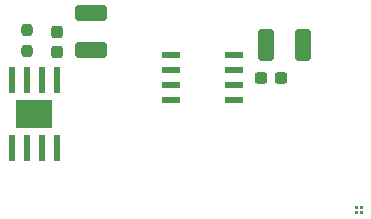
<source format=gbr>
%TF.GenerationSoftware,KiCad,Pcbnew,9.0.2*%
%TF.CreationDate,2025-11-24T10:29:42-08:00*%
%TF.ProjectId,motor_temperature,6d6f746f-725f-4746-956d-706572617475,A*%
%TF.SameCoordinates,Original*%
%TF.FileFunction,Paste,Top*%
%TF.FilePolarity,Positive*%
%FSLAX46Y46*%
G04 Gerber Fmt 4.6, Leading zero omitted, Abs format (unit mm)*
G04 Created by KiCad (PCBNEW 9.0.2) date 2025-11-24 10:29:42*
%MOMM*%
%LPD*%
G01*
G04 APERTURE LIST*
G04 Aperture macros list*
%AMRoundRect*
0 Rectangle with rounded corners*
0 $1 Rounding radius*
0 $2 $3 $4 $5 $6 $7 $8 $9 X,Y pos of 4 corners*
0 Add a 4 corners polygon primitive as box body*
4,1,4,$2,$3,$4,$5,$6,$7,$8,$9,$2,$3,0*
0 Add four circle primitives for the rounded corners*
1,1,$1+$1,$2,$3*
1,1,$1+$1,$4,$5*
1,1,$1+$1,$6,$7*
1,1,$1+$1,$8,$9*
0 Add four rect primitives between the rounded corners*
20,1,$1+$1,$2,$3,$4,$5,0*
20,1,$1+$1,$4,$5,$6,$7,0*
20,1,$1+$1,$6,$7,$8,$9,0*
20,1,$1+$1,$8,$9,$2,$3,0*%
G04 Aperture macros list end*
%ADD10C,0.050000*%
%ADD11C,0.000000*%
%ADD12RoundRect,0.237500X0.237500X-0.250000X0.237500X0.250000X-0.237500X0.250000X-0.237500X-0.250000X0*%
%ADD13RoundRect,0.237500X-0.300000X-0.237500X0.300000X-0.237500X0.300000X0.237500X-0.300000X0.237500X0*%
%ADD14RoundRect,0.250000X-0.412500X-1.100000X0.412500X-1.100000X0.412500X1.100000X-0.412500X1.100000X0*%
%ADD15RoundRect,0.250000X1.100000X-0.412500X1.100000X0.412500X-1.100000X0.412500X-1.100000X-0.412500X0*%
%ADD16R,1.550000X0.580000*%
%ADD17R,3.100000X2.400000*%
%ADD18R,0.500000X2.200000*%
%ADD19RoundRect,0.237500X0.237500X-0.300000X0.237500X0.300000X-0.237500X0.300000X-0.237500X-0.300000X0*%
G04 APERTURE END LIST*
D10*
%TO.C,U3*%
X160331998Y-115675992D02*
G75*
G02*
X160281996Y-115675992I-25001J0D01*
G01*
X160281996Y-115675992D02*
G75*
G02*
X160331998Y-115675992I25001J0D01*
G01*
X160331998Y-115825994D02*
G75*
G02*
X160281996Y-115825994I-25001J0D01*
G01*
X160281996Y-115825994D02*
G75*
G02*
X160331998Y-115825994I25001J0D01*
G01*
X160331998Y-116075993D02*
G75*
G02*
X160281996Y-116075993I-25001J0D01*
G01*
X160281996Y-116075993D02*
G75*
G02*
X160331998Y-116075993I25001J0D01*
G01*
X160331998Y-116225996D02*
G75*
G02*
X160281996Y-116225996I-25001J0D01*
G01*
X160281996Y-116225996D02*
G75*
G02*
X160331998Y-116225996I25001J0D01*
G01*
X160482000Y-115675992D02*
G75*
G02*
X160431998Y-115675992I-25001J0D01*
G01*
X160431998Y-115675992D02*
G75*
G02*
X160482000Y-115675992I25001J0D01*
G01*
X160482000Y-115825994D02*
G75*
G02*
X160431998Y-115825994I-25001J0D01*
G01*
X160431998Y-115825994D02*
G75*
G02*
X160482000Y-115825994I25001J0D01*
G01*
X160482000Y-116075993D02*
G75*
G02*
X160431998Y-116075993I-25001J0D01*
G01*
X160431998Y-116075993D02*
G75*
G02*
X160482000Y-116075993I25001J0D01*
G01*
X160482000Y-116225996D02*
G75*
G02*
X160431998Y-116225996I-25001J0D01*
G01*
X160431998Y-116225996D02*
G75*
G02*
X160482000Y-116225996I25001J0D01*
G01*
X160731999Y-115675992D02*
G75*
G02*
X160681997Y-115675992I-25001J0D01*
G01*
X160681997Y-115675992D02*
G75*
G02*
X160731999Y-115675992I25001J0D01*
G01*
X160731999Y-115825994D02*
G75*
G02*
X160681997Y-115825994I-25001J0D01*
G01*
X160681997Y-115825994D02*
G75*
G02*
X160731999Y-115825994I25001J0D01*
G01*
X160731999Y-116075993D02*
G75*
G02*
X160681997Y-116075993I-25001J0D01*
G01*
X160681997Y-116075993D02*
G75*
G02*
X160731999Y-116075993I25001J0D01*
G01*
X160731999Y-116225996D02*
G75*
G02*
X160681997Y-116225996I-25001J0D01*
G01*
X160681997Y-116225996D02*
G75*
G02*
X160731999Y-116225996I25001J0D01*
G01*
X160882003Y-115675992D02*
G75*
G02*
X160831999Y-115675992I-25002J0D01*
G01*
X160831999Y-115675992D02*
G75*
G02*
X160882003Y-115675992I25002J0D01*
G01*
X160882003Y-115825994D02*
G75*
G02*
X160831999Y-115825994I-25002J0D01*
G01*
X160831999Y-115825994D02*
G75*
G02*
X160882003Y-115825994I25002J0D01*
G01*
X160882003Y-116075993D02*
G75*
G02*
X160831999Y-116075993I-25002J0D01*
G01*
X160831999Y-116075993D02*
G75*
G02*
X160882003Y-116075993I25002J0D01*
G01*
X160882003Y-116225996D02*
G75*
G02*
X160831999Y-116225996I-25002J0D01*
G01*
X160831999Y-116225996D02*
G75*
G02*
X160882003Y-116225996I25002J0D01*
G01*
D11*
G36*
X160306997Y-115825994D02*
G01*
X160256997Y-115825994D01*
X160256997Y-115675994D01*
X160306997Y-115675994D01*
X160306997Y-115825994D01*
G37*
G36*
X160306997Y-116225996D02*
G01*
X160256997Y-116225996D01*
X160256997Y-116075996D01*
X160306997Y-116075996D01*
X160306997Y-116225996D01*
G37*
G36*
X160456994Y-116225996D02*
G01*
X160306992Y-116225996D01*
X160306992Y-116075993D01*
X160456994Y-116075993D01*
X160456994Y-116225996D01*
G37*
G36*
X160456996Y-115825991D02*
G01*
X160306994Y-115825991D01*
X160306994Y-115675989D01*
X160456996Y-115675989D01*
X160456996Y-115825991D01*
G37*
G36*
X160456996Y-115875994D02*
G01*
X160306997Y-115875994D01*
X160306997Y-115825994D01*
X160456996Y-115825994D01*
X160456996Y-115875994D01*
G37*
G36*
X160456996Y-116275996D02*
G01*
X160306997Y-116275996D01*
X160306997Y-116225996D01*
X160456996Y-116225996D01*
X160456996Y-116275996D01*
G37*
G36*
X160456996Y-115675994D02*
G01*
X160306997Y-115675994D01*
X160306997Y-115625994D01*
X160456996Y-115625994D01*
X160456996Y-115675994D01*
G37*
G36*
X160456996Y-116075996D02*
G01*
X160306997Y-116075996D01*
X160306997Y-116025996D01*
X160456996Y-116025996D01*
X160456996Y-116075996D01*
G37*
G36*
X160506996Y-115825994D02*
G01*
X160456996Y-115825994D01*
X160456996Y-115675994D01*
X160506996Y-115675994D01*
X160506996Y-115825994D01*
G37*
G36*
X160506996Y-116225996D02*
G01*
X160456996Y-116225996D01*
X160456996Y-116075996D01*
X160506996Y-116075996D01*
X160506996Y-116225996D01*
G37*
G36*
X160706998Y-115825994D02*
G01*
X160656999Y-115825994D01*
X160656999Y-115675994D01*
X160706998Y-115675994D01*
X160706998Y-115825994D01*
G37*
G36*
X160706998Y-116225996D02*
G01*
X160656999Y-116225996D01*
X160656999Y-116075996D01*
X160706998Y-116075996D01*
X160706998Y-116225996D01*
G37*
G36*
X160856998Y-116225998D02*
G01*
X160706996Y-116225998D01*
X160706996Y-116075996D01*
X160856998Y-116075996D01*
X160856998Y-116225998D01*
G37*
G36*
X160857001Y-115825994D02*
G01*
X160706998Y-115825994D01*
X160706998Y-115675992D01*
X160857001Y-115675992D01*
X160857001Y-115825994D01*
G37*
G36*
X160856998Y-115875994D02*
G01*
X160706998Y-115875994D01*
X160706998Y-115825994D01*
X160856998Y-115825994D01*
X160856998Y-115875994D01*
G37*
G36*
X160856998Y-116275996D02*
G01*
X160706998Y-116275996D01*
X160706998Y-116225996D01*
X160856998Y-116225996D01*
X160856998Y-116275996D01*
G37*
G36*
X160856998Y-115675994D02*
G01*
X160706998Y-115675994D01*
X160706998Y-115625994D01*
X160856998Y-115625994D01*
X160856998Y-115675994D01*
G37*
G36*
X160856998Y-116075996D02*
G01*
X160706998Y-116075996D01*
X160706998Y-116025996D01*
X160856998Y-116025996D01*
X160856998Y-116075996D01*
G37*
G36*
X160906998Y-115825994D02*
G01*
X160856998Y-115825994D01*
X160856998Y-115675994D01*
X160906998Y-115675994D01*
X160906998Y-115825994D01*
G37*
G36*
X160906998Y-116225996D02*
G01*
X160856998Y-116225996D01*
X160856998Y-116075996D01*
X160906998Y-116075996D01*
X160906998Y-116225996D01*
G37*
%TD*%
D12*
%TO.C,R1*%
X132461000Y-102512500D03*
X132461000Y-100687500D03*
%TD*%
D13*
%TO.C,C2*%
X152299500Y-104775000D03*
X154024500Y-104775000D03*
%TD*%
D14*
%TO.C,C1*%
X152742500Y-101981000D03*
X155867500Y-101981000D03*
%TD*%
D15*
%TO.C,C3*%
X137922000Y-102400500D03*
X137922000Y-99275500D03*
%TD*%
D16*
%TO.C,U2*%
X150000000Y-106680000D03*
X150000000Y-105410000D03*
X150000000Y-104140000D03*
X150000000Y-102870000D03*
X144640000Y-102870000D03*
X144640000Y-104140000D03*
X144640000Y-105410000D03*
X144640000Y-106680000D03*
%TD*%
D17*
%TO.C,U1*%
X133096000Y-107823000D03*
D18*
X131191000Y-110698000D03*
X132461000Y-110698000D03*
X133731000Y-110698000D03*
X135001000Y-110698000D03*
X135001000Y-104948000D03*
X133731000Y-104948000D03*
X132461000Y-104948000D03*
X131191000Y-104948000D03*
%TD*%
D19*
%TO.C,C4*%
X135001000Y-102616000D03*
X135001000Y-100891000D03*
%TD*%
M02*

</source>
